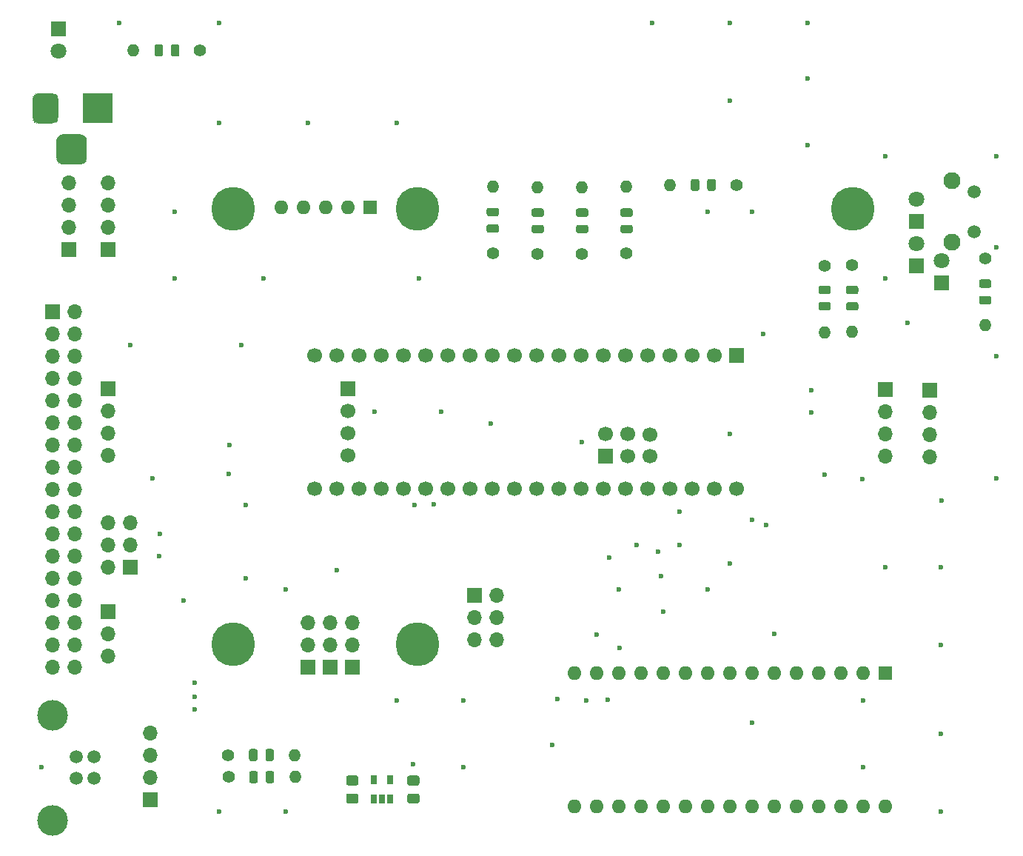
<source format=gbr>
G04 #@! TF.GenerationSoftware,KiCad,Pcbnew,(5.1.9)-1*
G04 #@! TF.CreationDate,2021-01-26T10:15:33+00:00*
G04 #@! TF.ProjectId,Greaseweazle F1 Gotek Rev 2,47726561-7365-4776-9561-7a6c65204631,2*
G04 #@! TF.SameCoordinates,PX6312cb0PY6bcb370*
G04 #@! TF.FileFunction,Soldermask,Top*
G04 #@! TF.FilePolarity,Negative*
%FSLAX46Y46*%
G04 Gerber Fmt 4.6, Leading zero omitted, Abs format (unit mm)*
G04 Created by KiCad (PCBNEW (5.1.9)-1) date 2021-01-26 10:15:33*
%MOMM*%
%LPD*%
G01*
G04 APERTURE LIST*
%ADD10O,1.600000X1.600000*%
%ADD11R,1.600000X1.600000*%
%ADD12C,3.500120*%
%ADD13C,1.501140*%
%ADD14O,1.700000X1.700000*%
%ADD15R,1.700000X1.700000*%
%ADD16R,0.650000X1.060000*%
%ADD17C,1.700000*%
%ADD18C,1.400000*%
%ADD19O,1.400000X1.400000*%
%ADD20C,1.800000*%
%ADD21R,1.800000X1.800000*%
%ADD22R,3.500000X3.500000*%
%ADD23C,1.508000*%
%ADD24C,1.950000*%
%ADD25C,5.000000*%
%ADD26C,0.600000*%
%ADD27C,0.100000*%
G04 APERTURE END LIST*
D10*
X53594000Y-15875000D03*
X53594000Y-635000D03*
X89154000Y-15875000D03*
X56134000Y-635000D03*
X86614000Y-15875000D03*
X58674000Y-635000D03*
X84074000Y-15875000D03*
X61214000Y-635000D03*
X81534000Y-15875000D03*
X63754000Y-635000D03*
X78994000Y-15875000D03*
X66294000Y-635000D03*
X76454000Y-15875000D03*
X68834000Y-635000D03*
X73914000Y-15875000D03*
X71374000Y-635000D03*
X71374000Y-15875000D03*
X73914000Y-635000D03*
X68834000Y-15875000D03*
X76454000Y-635000D03*
X66294000Y-15875000D03*
X78994000Y-635000D03*
X63754000Y-15875000D03*
X81534000Y-635000D03*
X61214000Y-15875000D03*
X84074000Y-635000D03*
X58674000Y-15875000D03*
X86614000Y-635000D03*
X56134000Y-15875000D03*
D11*
X89154000Y-635000D03*
D12*
X-6096000Y-17489800D03*
X-6096000Y-5450200D03*
D13*
X-1371600Y-10225400D03*
X-1371600Y-12714600D03*
X-3378200Y-12714600D03*
X-3378200Y-10225400D03*
D14*
X28194000Y5080000D03*
X28194000Y2540000D03*
D15*
X28194000Y0D03*
D14*
X25654000Y5080000D03*
X25654000Y2540000D03*
D15*
X25654000Y0D03*
D14*
X23114000Y5080000D03*
X23114000Y2540000D03*
D15*
X23114000Y0D03*
D14*
X254000Y1270000D03*
X254000Y3810000D03*
D15*
X254000Y6350000D03*
D14*
X44704000Y3175000D03*
X42164000Y3175000D03*
X44704000Y5715000D03*
X42164000Y5715000D03*
X44704000Y8255000D03*
D15*
X42164000Y8255000D03*
X89154000Y31750000D03*
D14*
X89154000Y29210000D03*
X89154000Y26670000D03*
X89154000Y24130000D03*
D15*
X254000Y47777400D03*
D14*
X254000Y50317400D03*
X254000Y52857400D03*
X254000Y55397400D03*
G36*
G01*
X34728999Y-14420000D02*
X35629001Y-14420000D01*
G75*
G02*
X35879000Y-14669999I0J-249999D01*
G01*
X35879000Y-15320001D01*
G75*
G02*
X35629001Y-15570000I-249999J0D01*
G01*
X34728999Y-15570000D01*
G75*
G02*
X34479000Y-15320001I0J249999D01*
G01*
X34479000Y-14669999D01*
G75*
G02*
X34728999Y-14420000I249999J0D01*
G01*
G37*
G36*
G01*
X34728999Y-12370000D02*
X35629001Y-12370000D01*
G75*
G02*
X35879000Y-12619999I0J-249999D01*
G01*
X35879000Y-13270001D01*
G75*
G02*
X35629001Y-13520000I-249999J0D01*
G01*
X34728999Y-13520000D01*
G75*
G02*
X34479000Y-13270001I0J249999D01*
G01*
X34479000Y-12619999D01*
G75*
G02*
X34728999Y-12370000I249999J0D01*
G01*
G37*
G36*
G01*
X28644001Y-13520000D02*
X27743999Y-13520000D01*
G75*
G02*
X27494000Y-13270001I0J249999D01*
G01*
X27494000Y-12619999D01*
G75*
G02*
X27743999Y-12370000I249999J0D01*
G01*
X28644001Y-12370000D01*
G75*
G02*
X28894000Y-12619999I0J-249999D01*
G01*
X28894000Y-13270001D01*
G75*
G02*
X28644001Y-13520000I-249999J0D01*
G01*
G37*
G36*
G01*
X28644001Y-15570000D02*
X27743999Y-15570000D01*
G75*
G02*
X27494000Y-15320001I0J249999D01*
G01*
X27494000Y-14669999D01*
G75*
G02*
X27743999Y-14420000I249999J0D01*
G01*
X28644001Y-14420000D01*
G75*
G02*
X28894000Y-14669999I0J-249999D01*
G01*
X28894000Y-15320001D01*
G75*
G02*
X28644001Y-15570000I-249999J0D01*
G01*
G37*
D16*
X30642201Y-12870000D03*
X32542201Y-12870000D03*
X32542201Y-15070000D03*
X31592201Y-15070000D03*
X30642201Y-15070000D03*
D14*
X254000Y16510000D03*
X2794000Y16510000D03*
X254000Y13970000D03*
X2794000Y13970000D03*
X254000Y11430000D03*
D15*
X2794000Y11430000D03*
D14*
X254000Y24231600D03*
X254000Y26771600D03*
X254000Y29311600D03*
D15*
X254000Y31851600D03*
X27686000Y31877000D03*
D17*
X27686000Y29337000D03*
X27686000Y26797000D03*
X27686000Y24257000D03*
X72136000Y20447000D03*
D15*
X72136000Y35687000D03*
D17*
X69596000Y20447000D03*
X69596000Y35687000D03*
X67056000Y20447000D03*
X67056000Y35687000D03*
X64516000Y20447000D03*
X64516000Y35687000D03*
X61976000Y20447000D03*
X61976000Y35687000D03*
X59436000Y20447000D03*
X59436000Y35687000D03*
X56896000Y20447000D03*
X56896000Y35687000D03*
X54356000Y20447000D03*
X54356000Y35687000D03*
X51816000Y20447000D03*
X51816000Y35687000D03*
X49276000Y20447000D03*
X49276000Y35687000D03*
X46736000Y20447000D03*
X46736000Y35687000D03*
X44196000Y20447000D03*
X44196000Y35687000D03*
X41656000Y20447000D03*
X41656000Y35687000D03*
X39116000Y20447000D03*
X39116000Y35687000D03*
X36576000Y20447000D03*
X36576000Y35687000D03*
X34036000Y20447000D03*
X34036000Y35687000D03*
X31496000Y20447000D03*
X31496000Y35687000D03*
X28956000Y20447000D03*
X28956000Y35687000D03*
X26416000Y20447000D03*
X26416000Y35687000D03*
X23876000Y20447000D03*
X23876000Y35687000D03*
X59690000Y24117300D03*
X62230000Y24117300D03*
D15*
X57150000Y24117300D03*
D17*
X62230000Y26593800D03*
X59690000Y26657300D03*
X57150000Y26657300D03*
D18*
X10756900Y70548500D03*
D19*
X3136900Y70548500D03*
G36*
G01*
X7447700Y70079550D02*
X7447700Y70992050D01*
G75*
G02*
X7691450Y71235800I243750J0D01*
G01*
X8178950Y71235800D01*
G75*
G02*
X8422700Y70992050I0J-243750D01*
G01*
X8422700Y70079550D01*
G75*
G02*
X8178950Y69835800I-243750J0D01*
G01*
X7691450Y69835800D01*
G75*
G02*
X7447700Y70079550I0J243750D01*
G01*
G37*
G36*
G01*
X5572700Y70079550D02*
X5572700Y70992050D01*
G75*
G02*
X5816450Y71235800I243750J0D01*
G01*
X6303950Y71235800D01*
G75*
G02*
X6547700Y70992050I0J-243750D01*
G01*
X6547700Y70079550D01*
G75*
G02*
X6303950Y69835800I-243750J0D01*
G01*
X5816450Y69835800D01*
G75*
G02*
X5572700Y70079550I0J243750D01*
G01*
G37*
D20*
X-5448300Y70485000D03*
D21*
X-5448300Y73025000D03*
G36*
G01*
X-5664400Y58344100D02*
X-5664400Y60094100D01*
G75*
G02*
X-4789400Y60969100I875000J0D01*
G01*
X-3039400Y60969100D01*
G75*
G02*
X-2164400Y60094100I0J-875000D01*
G01*
X-2164400Y58344100D01*
G75*
G02*
X-3039400Y57469100I-875000J0D01*
G01*
X-4789400Y57469100D01*
G75*
G02*
X-5664400Y58344100I0J875000D01*
G01*
G37*
G36*
G01*
X-8414400Y62919100D02*
X-8414400Y64919100D01*
G75*
G02*
X-7664400Y65669100I750000J0D01*
G01*
X-6164400Y65669100D01*
G75*
G02*
X-5414400Y64919100I0J-750000D01*
G01*
X-5414400Y62919100D01*
G75*
G02*
X-6164400Y62169100I-750000J0D01*
G01*
X-7664400Y62169100D01*
G75*
G02*
X-8414400Y62919100I0J750000D01*
G01*
G37*
D22*
X-914400Y63919100D03*
D14*
X5080000Y-7493000D03*
X5080000Y-10033000D03*
X5080000Y-12573000D03*
D15*
X5080000Y-15113000D03*
D20*
X95631000Y46482000D03*
D21*
X95631000Y43942000D03*
D19*
X100584000Y39116000D03*
D18*
X100584000Y46736000D03*
G36*
G01*
X100127750Y42476000D02*
X101040250Y42476000D01*
G75*
G02*
X101284000Y42232250I0J-243750D01*
G01*
X101284000Y41744750D01*
G75*
G02*
X101040250Y41501000I-243750J0D01*
G01*
X100127750Y41501000D01*
G75*
G02*
X99884000Y41744750I0J243750D01*
G01*
X99884000Y42232250D01*
G75*
G02*
X100127750Y42476000I243750J0D01*
G01*
G37*
G36*
G01*
X100127750Y44351000D02*
X101040250Y44351000D01*
G75*
G02*
X101284000Y44107250I0J-243750D01*
G01*
X101284000Y43619750D01*
G75*
G02*
X101040250Y43376000I-243750J0D01*
G01*
X100127750Y43376000D01*
G75*
G02*
X99884000Y43619750I0J243750D01*
G01*
X99884000Y44107250D01*
G75*
G02*
X100127750Y44351000I243750J0D01*
G01*
G37*
D14*
X94234000Y24079200D03*
X94234000Y26619200D03*
X94234000Y29159200D03*
D15*
X94234000Y31699200D03*
D20*
X92710000Y48488600D03*
D21*
X92710000Y45948600D03*
D20*
X92710000Y53543200D03*
D21*
X92710000Y51003200D03*
D15*
X-4267200Y47777400D03*
D14*
X-4267200Y50317400D03*
X-4267200Y52857400D03*
X-4267200Y55397400D03*
D19*
X44259500Y54927500D03*
D18*
X44259500Y47307500D03*
X49403000Y47244000D03*
D19*
X49403000Y54864000D03*
X54483000Y54864000D03*
D18*
X54483000Y47244000D03*
X59563000Y47371000D03*
D19*
X59563000Y54991000D03*
X21615400Y-10033000D03*
D18*
X13995400Y-10033000D03*
X14020800Y-12547600D03*
D19*
X21640800Y-12547600D03*
D18*
X72148700Y55156100D03*
D19*
X64528700Y55156100D03*
X82219800Y38328600D03*
D18*
X82219800Y45948600D03*
X85369400Y46024800D03*
D19*
X85369400Y38404800D03*
D23*
X99314000Y49845800D03*
X99314000Y54395800D03*
D24*
X96814000Y48620800D03*
X96814000Y55620800D03*
D10*
X20066000Y52578000D03*
X22606000Y52578000D03*
X25146000Y52578000D03*
X27686000Y52578000D03*
D11*
X30226000Y52578000D03*
G36*
G01*
X84913150Y41764800D02*
X85825650Y41764800D01*
G75*
G02*
X86069400Y41521050I0J-243750D01*
G01*
X86069400Y41033550D01*
G75*
G02*
X85825650Y40789800I-243750J0D01*
G01*
X84913150Y40789800D01*
G75*
G02*
X84669400Y41033550I0J243750D01*
G01*
X84669400Y41521050D01*
G75*
G02*
X84913150Y41764800I243750J0D01*
G01*
G37*
G36*
G01*
X84913150Y43639800D02*
X85825650Y43639800D01*
G75*
G02*
X86069400Y43396050I0J-243750D01*
G01*
X86069400Y42908550D01*
G75*
G02*
X85825650Y42664800I-243750J0D01*
G01*
X84913150Y42664800D01*
G75*
G02*
X84669400Y42908550I0J243750D01*
G01*
X84669400Y43396050D01*
G75*
G02*
X84913150Y43639800I243750J0D01*
G01*
G37*
G36*
G01*
X81763550Y41764800D02*
X82676050Y41764800D01*
G75*
G02*
X82919800Y41521050I0J-243750D01*
G01*
X82919800Y41033550D01*
G75*
G02*
X82676050Y40789800I-243750J0D01*
G01*
X81763550Y40789800D01*
G75*
G02*
X81519800Y41033550I0J243750D01*
G01*
X81519800Y41521050D01*
G75*
G02*
X81763550Y41764800I243750J0D01*
G01*
G37*
G36*
G01*
X81763550Y43639800D02*
X82676050Y43639800D01*
G75*
G02*
X82919800Y43396050I0J-243750D01*
G01*
X82919800Y42908550D01*
G75*
G02*
X82676050Y42664800I-243750J0D01*
G01*
X81763550Y42664800D01*
G75*
G02*
X81519800Y42908550I0J243750D01*
G01*
X81519800Y43396050D01*
G75*
G02*
X81763550Y43639800I243750J0D01*
G01*
G37*
G36*
G01*
X18280800Y-13003850D02*
X18280800Y-12091350D01*
G75*
G02*
X18524550Y-11847600I243750J0D01*
G01*
X19012050Y-11847600D01*
G75*
G02*
X19255800Y-12091350I0J-243750D01*
G01*
X19255800Y-13003850D01*
G75*
G02*
X19012050Y-13247600I-243750J0D01*
G01*
X18524550Y-13247600D01*
G75*
G02*
X18280800Y-13003850I0J243750D01*
G01*
G37*
G36*
G01*
X16405800Y-13003850D02*
X16405800Y-12091350D01*
G75*
G02*
X16649550Y-11847600I243750J0D01*
G01*
X17137050Y-11847600D01*
G75*
G02*
X17380800Y-12091350I0J-243750D01*
G01*
X17380800Y-13003850D01*
G75*
G02*
X17137050Y-13247600I-243750J0D01*
G01*
X16649550Y-13247600D01*
G75*
G02*
X16405800Y-13003850I0J243750D01*
G01*
G37*
G36*
G01*
X18255400Y-10489250D02*
X18255400Y-9576750D01*
G75*
G02*
X18499150Y-9333000I243750J0D01*
G01*
X18986650Y-9333000D01*
G75*
G02*
X19230400Y-9576750I0J-243750D01*
G01*
X19230400Y-10489250D01*
G75*
G02*
X18986650Y-10733000I-243750J0D01*
G01*
X18499150Y-10733000D01*
G75*
G02*
X18255400Y-10489250I0J243750D01*
G01*
G37*
G36*
G01*
X16380400Y-10489250D02*
X16380400Y-9576750D01*
G75*
G02*
X16624150Y-9333000I243750J0D01*
G01*
X17111650Y-9333000D01*
G75*
G02*
X17355400Y-9576750I0J-243750D01*
G01*
X17355400Y-10489250D01*
G75*
G02*
X17111650Y-10733000I-243750J0D01*
G01*
X16624150Y-10733000D01*
G75*
G02*
X16380400Y-10489250I0J243750D01*
G01*
G37*
D14*
X-3556000Y0D03*
X-6096000Y0D03*
X-3556000Y2540000D03*
X-6096000Y2540000D03*
X-3556000Y5080000D03*
X-6096000Y5080000D03*
X-3556000Y7620000D03*
X-6096000Y7620000D03*
X-3556000Y10160000D03*
X-6096000Y10160000D03*
X-3556000Y12700000D03*
X-6096000Y12700000D03*
X-3556000Y15240000D03*
X-6096000Y15240000D03*
X-3556000Y17780000D03*
X-6096000Y17780000D03*
X-3556000Y20320000D03*
X-6096000Y20320000D03*
X-3556000Y22860000D03*
X-6096000Y22860000D03*
X-3556000Y25400000D03*
X-6096000Y25400000D03*
X-3556000Y27940000D03*
X-6096000Y27940000D03*
X-3556000Y30480000D03*
X-6096000Y30480000D03*
X-3556000Y33020000D03*
X-6096000Y33020000D03*
X-3556000Y35560000D03*
X-6096000Y35560000D03*
X-3556000Y38100000D03*
X-6096000Y38100000D03*
X-3556000Y40640000D03*
D15*
X-6096000Y40640000D03*
G36*
G01*
X60019250Y51504000D02*
X59106750Y51504000D01*
G75*
G02*
X58863000Y51747750I0J243750D01*
G01*
X58863000Y52235250D01*
G75*
G02*
X59106750Y52479000I243750J0D01*
G01*
X60019250Y52479000D01*
G75*
G02*
X60263000Y52235250I0J-243750D01*
G01*
X60263000Y51747750D01*
G75*
G02*
X60019250Y51504000I-243750J0D01*
G01*
G37*
G36*
G01*
X60019250Y49629000D02*
X59106750Y49629000D01*
G75*
G02*
X58863000Y49872750I0J243750D01*
G01*
X58863000Y50360250D01*
G75*
G02*
X59106750Y50604000I243750J0D01*
G01*
X60019250Y50604000D01*
G75*
G02*
X60263000Y50360250I0J-243750D01*
G01*
X60263000Y49872750D01*
G75*
G02*
X60019250Y49629000I-243750J0D01*
G01*
G37*
G36*
G01*
X44715750Y51567500D02*
X43803250Y51567500D01*
G75*
G02*
X43559500Y51811250I0J243750D01*
G01*
X43559500Y52298750D01*
G75*
G02*
X43803250Y52542500I243750J0D01*
G01*
X44715750Y52542500D01*
G75*
G02*
X44959500Y52298750I0J-243750D01*
G01*
X44959500Y51811250D01*
G75*
G02*
X44715750Y51567500I-243750J0D01*
G01*
G37*
G36*
G01*
X44715750Y49692500D02*
X43803250Y49692500D01*
G75*
G02*
X43559500Y49936250I0J243750D01*
G01*
X43559500Y50423750D01*
G75*
G02*
X43803250Y50667500I243750J0D01*
G01*
X44715750Y50667500D01*
G75*
G02*
X44959500Y50423750I0J-243750D01*
G01*
X44959500Y49936250D01*
G75*
G02*
X44715750Y49692500I-243750J0D01*
G01*
G37*
G36*
G01*
X49859250Y51504000D02*
X48946750Y51504000D01*
G75*
G02*
X48703000Y51747750I0J243750D01*
G01*
X48703000Y52235250D01*
G75*
G02*
X48946750Y52479000I243750J0D01*
G01*
X49859250Y52479000D01*
G75*
G02*
X50103000Y52235250I0J-243750D01*
G01*
X50103000Y51747750D01*
G75*
G02*
X49859250Y51504000I-243750J0D01*
G01*
G37*
G36*
G01*
X49859250Y49629000D02*
X48946750Y49629000D01*
G75*
G02*
X48703000Y49872750I0J243750D01*
G01*
X48703000Y50360250D01*
G75*
G02*
X48946750Y50604000I243750J0D01*
G01*
X49859250Y50604000D01*
G75*
G02*
X50103000Y50360250I0J-243750D01*
G01*
X50103000Y49872750D01*
G75*
G02*
X49859250Y49629000I-243750J0D01*
G01*
G37*
G36*
G01*
X54939250Y51504000D02*
X54026750Y51504000D01*
G75*
G02*
X53783000Y51747750I0J243750D01*
G01*
X53783000Y52235250D01*
G75*
G02*
X54026750Y52479000I243750J0D01*
G01*
X54939250Y52479000D01*
G75*
G02*
X55183000Y52235250I0J-243750D01*
G01*
X55183000Y51747750D01*
G75*
G02*
X54939250Y51504000I-243750J0D01*
G01*
G37*
G36*
G01*
X54939250Y49629000D02*
X54026750Y49629000D01*
G75*
G02*
X53783000Y49872750I0J243750D01*
G01*
X53783000Y50360250D01*
G75*
G02*
X54026750Y50604000I243750J0D01*
G01*
X54939250Y50604000D01*
G75*
G02*
X55183000Y50360250I0J-243750D01*
G01*
X55183000Y49872750D01*
G75*
G02*
X54939250Y49629000I-243750J0D01*
G01*
G37*
G36*
G01*
X67888700Y55612350D02*
X67888700Y54699850D01*
G75*
G02*
X67644950Y54456100I-243750J0D01*
G01*
X67157450Y54456100D01*
G75*
G02*
X66913700Y54699850I0J243750D01*
G01*
X66913700Y55612350D01*
G75*
G02*
X67157450Y55856100I243750J0D01*
G01*
X67644950Y55856100D01*
G75*
G02*
X67888700Y55612350I0J-243750D01*
G01*
G37*
G36*
G01*
X69763700Y55612350D02*
X69763700Y54699850D01*
G75*
G02*
X69519950Y54456100I-243750J0D01*
G01*
X69032450Y54456100D01*
G75*
G02*
X68788700Y54699850I0J243750D01*
G01*
X68788700Y55612350D01*
G75*
G02*
X69032450Y55856100I243750J0D01*
G01*
X69519950Y55856100D01*
G75*
G02*
X69763700Y55612350I0J-243750D01*
G01*
G37*
D25*
X35687000Y52387500D03*
X14605000Y52387500D03*
X14605000Y2667000D03*
X35687000Y2667000D03*
X85471000Y52387500D03*
D26*
X95631000Y19050000D03*
X35814000Y44450000D03*
X71374000Y26670000D03*
X95504000Y-16510000D03*
X75184000Y38100000D03*
X65659000Y17780000D03*
X65659000Y13970000D03*
X86512400Y21513800D03*
X95504000Y-7620000D03*
X95504000Y2540000D03*
X95504000Y11430000D03*
X12954000Y73660000D03*
X80264000Y73660000D03*
X62484000Y73660000D03*
X80264000Y59690000D03*
X80264000Y67310000D03*
X101854000Y58420000D03*
X71374000Y73660000D03*
X1524000Y73660000D03*
X89154000Y58420000D03*
X101854000Y35560000D03*
X101854000Y21590000D03*
X101854000Y48006000D03*
X63500000Y10439400D03*
X43992800Y27914600D03*
X54406800Y25781000D03*
X58788300Y2260600D03*
X56108600Y3771900D03*
X2794000Y36830000D03*
X15494000Y36830000D03*
X7874000Y44450000D03*
X18034000Y44450000D03*
X7874000Y52070000D03*
X12954000Y62230000D03*
X23114000Y62230000D03*
X33274000Y62230000D03*
X71374000Y64770000D03*
X73914000Y52070000D03*
X91694000Y39370000D03*
X68834000Y8890000D03*
X86614000Y-11430000D03*
X86614000Y-3810000D03*
X73914000Y-6350000D03*
X51054000Y-8890000D03*
X40894000Y-11430000D03*
X40894000Y-3810000D03*
X20574000Y-16510000D03*
X12954000Y-16510000D03*
X-7366000Y-11430000D03*
X20574000Y8890000D03*
X5334000Y21590000D03*
X68834000Y52070000D03*
X89154000Y44450000D03*
X63754000Y6350000D03*
X58674000Y8890000D03*
X38354000Y29210000D03*
X30734000Y29210000D03*
X89154000Y11430000D03*
X76454000Y3810000D03*
X33274000Y-3810000D03*
X82219800Y38328600D03*
X82194400Y21996400D03*
X71348600Y11843028D03*
X14020800Y22123398D03*
X8890000Y7620000D03*
X16002000Y10160000D03*
X16002000Y18567400D03*
X10159998Y-3327400D03*
X57556400Y12518030D03*
X6172200Y15240000D03*
X75514202Y16281400D03*
X73914002Y16840200D03*
X10134600Y-4800600D03*
X14122402Y25400000D03*
X80670400Y31724600D03*
X80689551Y29165451D03*
X35305990Y18567400D03*
X37553890Y18643600D03*
X26441400Y11125200D03*
X60680600Y13995400D03*
X6096000Y12700004D03*
X63195200Y13208000D03*
X10160000Y-1778000D03*
X35179000Y-11049000D03*
X54940200Y-3759140D03*
X57404000Y-3683000D03*
X51638200Y-3606760D03*
D27*
G36*
X-2163235Y58345726D02*
G01*
X-2162400Y58344100D01*
X-2162400Y58287740D01*
X-2162410Y58287544D01*
X-2178615Y58123013D01*
X-2178691Y58122628D01*
X-2224894Y57970317D01*
X-2225044Y57969955D01*
X-2300069Y57829592D01*
X-2300287Y57829266D01*
X-2401257Y57706234D01*
X-2401534Y57705957D01*
X-2524566Y57604987D01*
X-2524892Y57604769D01*
X-2665255Y57529744D01*
X-2665617Y57529594D01*
X-2817928Y57483391D01*
X-2818313Y57483315D01*
X-2982844Y57467110D01*
X-2983040Y57467100D01*
X-3039400Y57467100D01*
X-3041132Y57468100D01*
X-3041132Y57470100D01*
X-3039596Y57471090D01*
X-2869091Y57487883D01*
X-2705321Y57537562D01*
X-2554392Y57618235D01*
X-2422103Y57726803D01*
X-2313535Y57859092D01*
X-2232862Y58010021D01*
X-2183183Y58173791D01*
X-2166390Y58344296D01*
X-2165225Y58345922D01*
X-2163235Y58345726D01*
G37*
G36*
X-5662410Y58344296D02*
G01*
X-5645617Y58173791D01*
X-5595938Y58010021D01*
X-5515265Y57859092D01*
X-5406697Y57726803D01*
X-5274408Y57618235D01*
X-5123479Y57537562D01*
X-4959709Y57487883D01*
X-4789204Y57471090D01*
X-4787578Y57469925D01*
X-4787774Y57467935D01*
X-4789400Y57467100D01*
X-4845760Y57467100D01*
X-4845956Y57467110D01*
X-5010487Y57483315D01*
X-5010872Y57483391D01*
X-5163183Y57529594D01*
X-5163545Y57529744D01*
X-5303908Y57604769D01*
X-5304234Y57604987D01*
X-5427266Y57705957D01*
X-5427543Y57706234D01*
X-5528513Y57829266D01*
X-5528731Y57829592D01*
X-5603756Y57969955D01*
X-5603906Y57970317D01*
X-5650109Y58122628D01*
X-5650185Y58123013D01*
X-5666390Y58287544D01*
X-5666400Y58287740D01*
X-5666400Y58344100D01*
X-5665400Y58345832D01*
X-5663400Y58345832D01*
X-5662410Y58344296D01*
G37*
G36*
X-4787668Y60970100D02*
G01*
X-4787668Y60968100D01*
X-4789204Y60967110D01*
X-4959709Y60950317D01*
X-5123479Y60900638D01*
X-5274408Y60819965D01*
X-5406697Y60711397D01*
X-5515265Y60579108D01*
X-5595938Y60428179D01*
X-5645617Y60264409D01*
X-5662410Y60093904D01*
X-5663575Y60092278D01*
X-5665565Y60092474D01*
X-5666400Y60094100D01*
X-5666400Y60150460D01*
X-5666390Y60150656D01*
X-5650185Y60315187D01*
X-5650109Y60315572D01*
X-5603906Y60467883D01*
X-5603756Y60468245D01*
X-5528731Y60608608D01*
X-5528513Y60608934D01*
X-5427543Y60731966D01*
X-5427266Y60732243D01*
X-5304234Y60833213D01*
X-5303908Y60833431D01*
X-5163545Y60908456D01*
X-5163183Y60908606D01*
X-5010872Y60954809D01*
X-5010487Y60954885D01*
X-4845956Y60971090D01*
X-4845760Y60971100D01*
X-4789400Y60971100D01*
X-4787668Y60970100D01*
G37*
G36*
X-2982844Y60971090D02*
G01*
X-2818313Y60954885D01*
X-2817928Y60954809D01*
X-2665617Y60908606D01*
X-2665255Y60908456D01*
X-2524892Y60833431D01*
X-2524566Y60833213D01*
X-2401534Y60732243D01*
X-2401257Y60731966D01*
X-2300287Y60608934D01*
X-2300069Y60608608D01*
X-2225044Y60468245D01*
X-2224894Y60467883D01*
X-2178691Y60315572D01*
X-2178615Y60315187D01*
X-2162410Y60150656D01*
X-2162400Y60150460D01*
X-2162400Y60094100D01*
X-2163400Y60092368D01*
X-2165400Y60092368D01*
X-2166390Y60093904D01*
X-2183183Y60264409D01*
X-2232862Y60428179D01*
X-2313535Y60579108D01*
X-2422103Y60711397D01*
X-2554392Y60819965D01*
X-2705321Y60900638D01*
X-2869091Y60950317D01*
X-3039596Y60967110D01*
X-3041222Y60968275D01*
X-3041026Y60970265D01*
X-3039400Y60971100D01*
X-2983040Y60971100D01*
X-2982844Y60971090D01*
G37*
G36*
X-5413235Y62920726D02*
G01*
X-5412400Y62919100D01*
X-5412400Y62862740D01*
X-5412410Y62862544D01*
X-5426213Y62722399D01*
X-5426289Y62722014D01*
X-5465379Y62593153D01*
X-5465529Y62592791D01*
X-5529003Y62474040D01*
X-5529221Y62473714D01*
X-5614645Y62369622D01*
X-5614922Y62369345D01*
X-5719014Y62283921D01*
X-5719340Y62283703D01*
X-5838091Y62220229D01*
X-5838453Y62220079D01*
X-5967314Y62180989D01*
X-5967699Y62180913D01*
X-6107844Y62167110D01*
X-6108040Y62167100D01*
X-6164400Y62167100D01*
X-6166132Y62168100D01*
X-6166132Y62170100D01*
X-6164596Y62171090D01*
X-6018477Y62185481D01*
X-5878156Y62228047D01*
X-5748838Y62297169D01*
X-5635491Y62390191D01*
X-5542469Y62503538D01*
X-5473347Y62632856D01*
X-5430781Y62773177D01*
X-5416390Y62919296D01*
X-5415225Y62920922D01*
X-5413235Y62920726D01*
G37*
G36*
X-8412410Y62919296D02*
G01*
X-8398019Y62773177D01*
X-8355453Y62632856D01*
X-8286331Y62503538D01*
X-8193309Y62390191D01*
X-8079962Y62297169D01*
X-7950644Y62228047D01*
X-7810323Y62185481D01*
X-7664204Y62171090D01*
X-7662578Y62169925D01*
X-7662774Y62167935D01*
X-7664400Y62167100D01*
X-7720760Y62167100D01*
X-7720956Y62167110D01*
X-7861101Y62180913D01*
X-7861486Y62180989D01*
X-7990347Y62220079D01*
X-7990709Y62220229D01*
X-8109460Y62283703D01*
X-8109786Y62283921D01*
X-8213878Y62369345D01*
X-8214155Y62369622D01*
X-8299579Y62473714D01*
X-8299797Y62474040D01*
X-8363271Y62592791D01*
X-8363421Y62593153D01*
X-8402511Y62722014D01*
X-8402587Y62722399D01*
X-8416390Y62862544D01*
X-8416400Y62862740D01*
X-8416400Y62919100D01*
X-8415400Y62920832D01*
X-8413400Y62920832D01*
X-8412410Y62919296D01*
G37*
G36*
X-7662668Y65670100D02*
G01*
X-7662668Y65668100D01*
X-7664204Y65667110D01*
X-7810323Y65652719D01*
X-7950644Y65610153D01*
X-8079962Y65541031D01*
X-8193309Y65448009D01*
X-8286331Y65334662D01*
X-8355453Y65205344D01*
X-8398019Y65065023D01*
X-8412410Y64918904D01*
X-8413575Y64917278D01*
X-8415565Y64917474D01*
X-8416400Y64919100D01*
X-8416400Y64975460D01*
X-8416390Y64975656D01*
X-8402587Y65115801D01*
X-8402511Y65116186D01*
X-8363421Y65245047D01*
X-8363271Y65245409D01*
X-8299797Y65364160D01*
X-8299579Y65364486D01*
X-8214155Y65468578D01*
X-8213878Y65468855D01*
X-8109786Y65554279D01*
X-8109460Y65554497D01*
X-7990709Y65617971D01*
X-7990347Y65618121D01*
X-7861486Y65657211D01*
X-7861101Y65657287D01*
X-7720956Y65671090D01*
X-7720760Y65671100D01*
X-7664400Y65671100D01*
X-7662668Y65670100D01*
G37*
G36*
X-6107844Y65671090D02*
G01*
X-5967699Y65657287D01*
X-5967314Y65657211D01*
X-5838453Y65618121D01*
X-5838091Y65617971D01*
X-5719340Y65554497D01*
X-5719014Y65554279D01*
X-5614922Y65468855D01*
X-5614645Y65468578D01*
X-5529221Y65364486D01*
X-5529003Y65364160D01*
X-5465529Y65245409D01*
X-5465379Y65245047D01*
X-5426289Y65116186D01*
X-5426213Y65115801D01*
X-5412410Y64975656D01*
X-5412400Y64975460D01*
X-5412400Y64919100D01*
X-5413400Y64917368D01*
X-5415400Y64917368D01*
X-5416390Y64918904D01*
X-5430781Y65065023D01*
X-5473347Y65205344D01*
X-5542469Y65334662D01*
X-5635491Y65448009D01*
X-5748838Y65541031D01*
X-5878156Y65610153D01*
X-6018477Y65652719D01*
X-6164596Y65667110D01*
X-6166222Y65668275D01*
X-6166026Y65670265D01*
X-6164400Y65671100D01*
X-6108040Y65671100D01*
X-6107844Y65671090D01*
G37*
M02*

</source>
